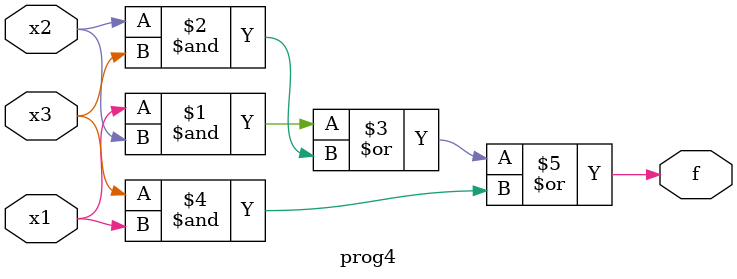
<source format=v>
module prog4(x1,x2,x3,f);
input x1,x2,x3;
output f;
assign f = (x1&x2)|(x2&x3)|(x3&x1);
endmodule

</source>
